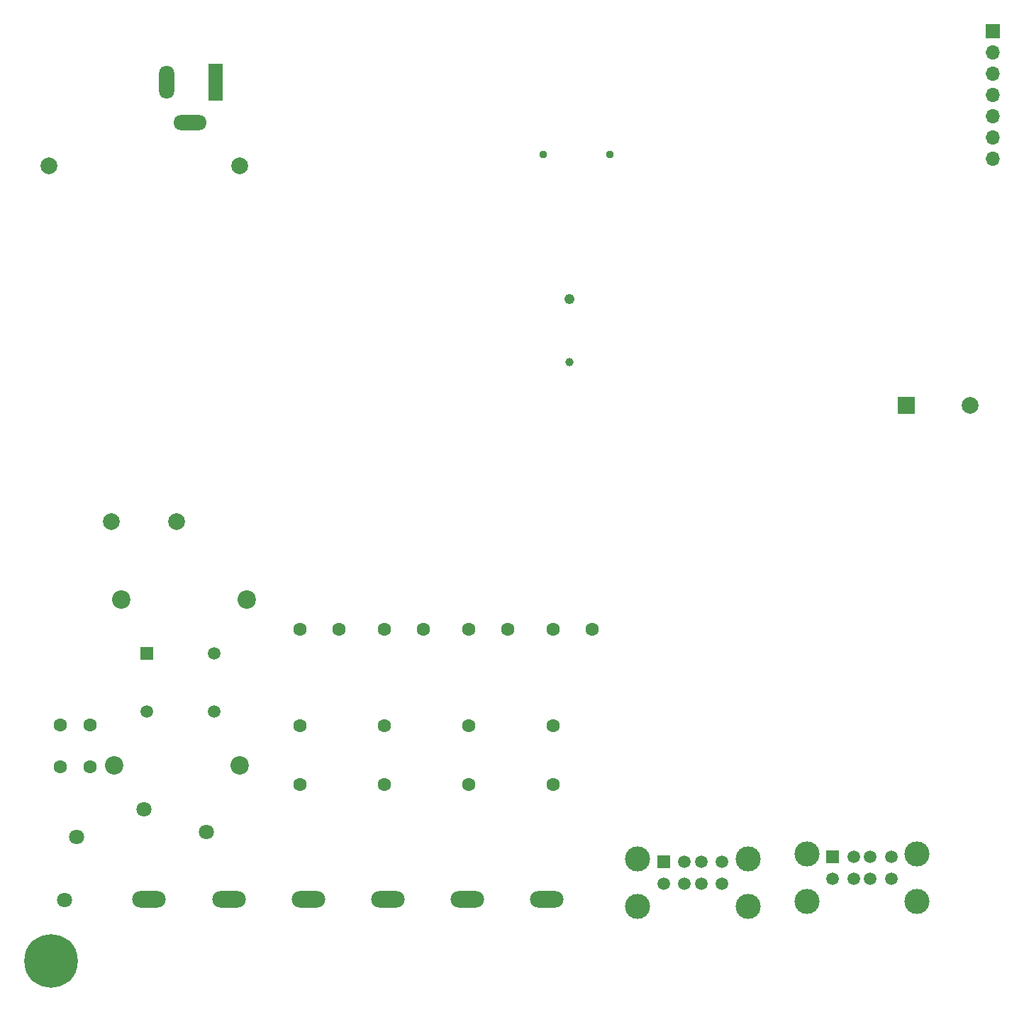
<source format=gbr>
%TF.GenerationSoftware,KiCad,Pcbnew,9.0.2*%
%TF.CreationDate,2025-09-14T14:50:59+07:00*%
%TF.ProjectId,train1,74726169-6e31-42e6-9b69-6361645f7063,rev?*%
%TF.SameCoordinates,Original*%
%TF.FileFunction,Soldermask,Bot*%
%TF.FilePolarity,Negative*%
%FSLAX46Y46*%
G04 Gerber Fmt 4.6, Leading zero omitted, Abs format (unit mm)*
G04 Created by KiCad (PCBNEW 9.0.2) date 2025-09-14 14:50:59*
%MOMM*%
%LPD*%
G01*
G04 APERTURE LIST*
G04 Aperture macros list*
%AMOutline4P*
0 Free polygon, 4 corners , with rotation*
0 The origin of the aperture is its center*
0 number of corners: always 4*
0 $1 to $8 corner X, Y*
0 $9 Rotation angle, in degrees counterclockwise*
0 create outline with 4 corners*
4,1,4,$1,$2,$3,$4,$5,$6,$7,$8,$1,$2,$9*%
G04 Aperture macros list end*
%ADD10R,2.000000X2.000000*%
%ADD11C,2.000000*%
%ADD12O,1.700000X1.700000*%
%ADD13R,1.700000X1.700000*%
%ADD14C,1.607998*%
%ADD15C,1.600000*%
%ADD16R,1.500000X1.500000*%
%ADD17C,1.500000*%
%ADD18C,3.000000*%
%ADD19Outline4P,-0.750000X-0.750000X0.750000X-0.750000X0.750000X0.750000X-0.750000X0.750000X0.000000*%
%ADD20C,2.200000*%
%ADD21C,1.800000*%
%ADD22C,1.000000*%
%ADD23C,1.244600*%
%ADD24C,0.950000*%
%ADD25R,1.800000X4.400000*%
%ADD26O,1.800000X4.000000*%
%ADD27O,4.000000X1.800000*%
%ADD28O,4.000000X2.000000*%
%ADD29C,0.800000*%
%ADD30C,6.400000*%
G04 APERTURE END LIST*
D10*
%TO.C,BZ1*%
X249100000Y-74600000D03*
D11*
X256700000Y-74600000D03*
%TD*%
D12*
%TO.C,J5*%
X259400000Y-45140000D03*
X259400000Y-42600000D03*
X259400000Y-40060000D03*
X259400000Y-37520000D03*
X259400000Y-34980000D03*
X259400000Y-32440000D03*
D13*
X259400000Y-29900000D03*
%TD*%
D14*
%TO.C,RL3*%
X186766665Y-101400000D03*
X186766665Y-112900000D03*
X186766665Y-119899998D03*
X191466666Y-101400000D03*
%TD*%
D15*
%TO.C,C2*%
X148050000Y-117800000D03*
X148050000Y-112800000D03*
%TD*%
D11*
%TO.C,PS1*%
X154200000Y-88450000D03*
X162000000Y-88450000D03*
X146700000Y-45950000D03*
X169500000Y-45950000D03*
%TD*%
D16*
%TO.C,J2*%
X220100000Y-129120000D03*
D17*
X222600000Y-129120000D03*
X224600000Y-129120000D03*
X227100000Y-129120000D03*
X220100000Y-131740000D03*
X222600000Y-131740000D03*
X224600000Y-131740000D03*
X227100000Y-131740000D03*
D18*
X217030000Y-128770000D03*
X217030000Y-134450000D03*
X230170000Y-128770000D03*
X230170000Y-134450000D03*
%TD*%
D19*
%TO.C,FL1*%
X158450000Y-104200000D03*
D17*
X158450000Y-111200000D03*
X166450000Y-104200000D03*
X166450000Y-111200000D03*
%TD*%
D14*
%TO.C,RL1*%
X196833331Y-101400000D03*
X196833331Y-112900000D03*
X196833331Y-119899998D03*
X201533332Y-101400000D03*
%TD*%
D20*
%TO.C,C1*%
X154490000Y-117590000D03*
X169490000Y-117590000D03*
%TD*%
%TO.C,C3*%
X155390000Y-97810000D03*
X170390000Y-97810000D03*
%TD*%
D14*
%TO.C,RL4*%
X176699999Y-101400000D03*
X176699999Y-112900000D03*
X176699999Y-119899998D03*
X181400000Y-101400000D03*
%TD*%
D21*
%TO.C,RV1*%
X158050000Y-122850000D03*
X165550000Y-125550000D03*
%TD*%
D22*
%TO.C,BT1*%
X208899998Y-69421500D03*
D23*
X208899998Y-61928500D03*
%TD*%
D24*
%TO.C,J6*%
X205725000Y-44625000D03*
X213725000Y-44625000D03*
%TD*%
D25*
%TO.C,J1*%
X166600000Y-36000000D03*
D26*
X160800000Y-36000000D03*
D27*
X163600000Y-40800000D03*
%TD*%
D14*
%TO.C,RL2*%
X206899999Y-101400000D03*
X206899999Y-112900000D03*
X206899999Y-119899998D03*
X211600000Y-101400000D03*
%TD*%
D21*
%TO.C,F1*%
X148600000Y-133700000D03*
X150000000Y-126200000D03*
%TD*%
D16*
%TO.C,J4*%
X240300000Y-128520000D03*
D17*
X242800000Y-128520000D03*
X244800000Y-128520000D03*
X247300000Y-128520000D03*
X240300000Y-131140000D03*
X242800000Y-131140000D03*
X244800000Y-131140000D03*
X247300000Y-131140000D03*
D18*
X237230000Y-128170000D03*
X237230000Y-133850000D03*
X250370000Y-128170000D03*
X250370000Y-133850000D03*
%TD*%
D28*
%TO.C,J3*%
X158700000Y-133600000D03*
X168200000Y-133600000D03*
X177700000Y-133600000D03*
X187200000Y-133600000D03*
X196700000Y-133600000D03*
X206200000Y-133600000D03*
%TD*%
D29*
%TO.C,H1*%
X144600000Y-141000000D03*
X145302944Y-139302944D03*
X145302944Y-142697056D03*
X147000000Y-138600000D03*
D30*
X147000000Y-141000000D03*
D29*
X147000000Y-143400000D03*
X148697056Y-139302944D03*
X148697056Y-142697056D03*
X149400000Y-141000000D03*
%TD*%
D15*
%TO.C,C4*%
X151600000Y-117800000D03*
X151600000Y-112800000D03*
%TD*%
M02*

</source>
